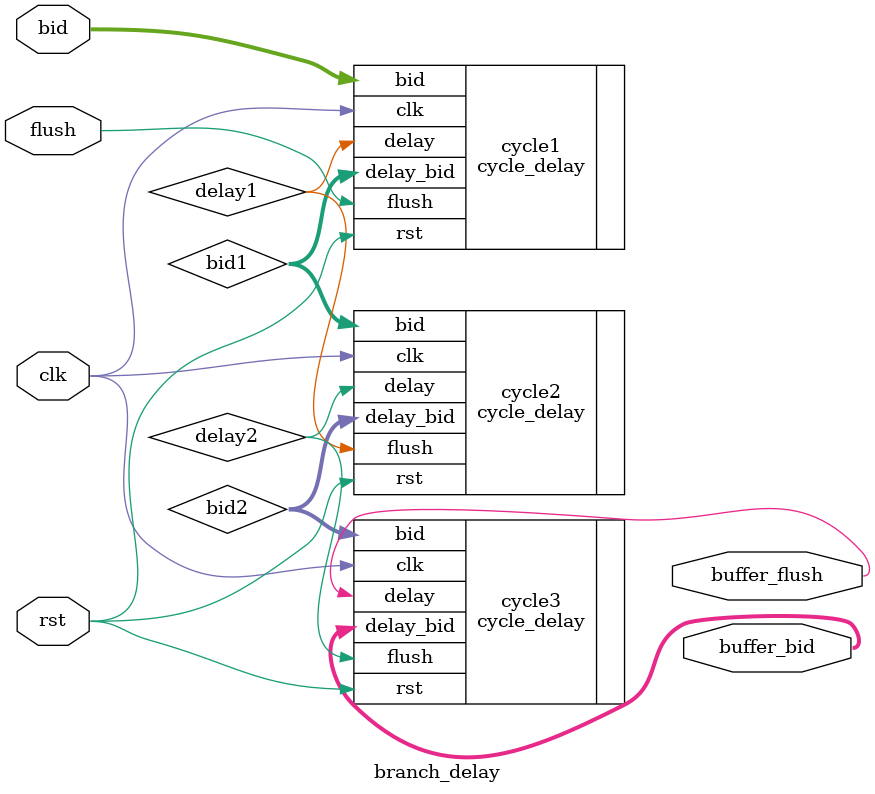
<source format=sv>



module branch_delay
(
	input 		clk,
	input 		rst,
	
	input 		flush,
	input [2:0]	bid,

	output	reg    	  buffer_flush,
	output 	reg [2:0] buffer_bid
);

	reg		delay1;
	reg [2:0]	bid1;
	reg 		delay2;
	reg [2:0]	bid2;

cycle_delay cycle1
(
	.clk,
	.rst,
	.flush,
	.bid,
	.delay(delay1),
	.delay_bid(bid1)
);


cycle_delay cycle2
(
	.clk,
	.rst,
	.flush(delay1),
	.bid(bid1),
	.delay(delay2),
	.delay_bid(bid2)
);

cycle_delay cycle3
(
	.clk,
	.rst,
	.flush(delay2),
	.bid(bid2),
	.delay(buffer_flush),
	.delay_bid(buffer_bid)
);



endmodule

</source>
